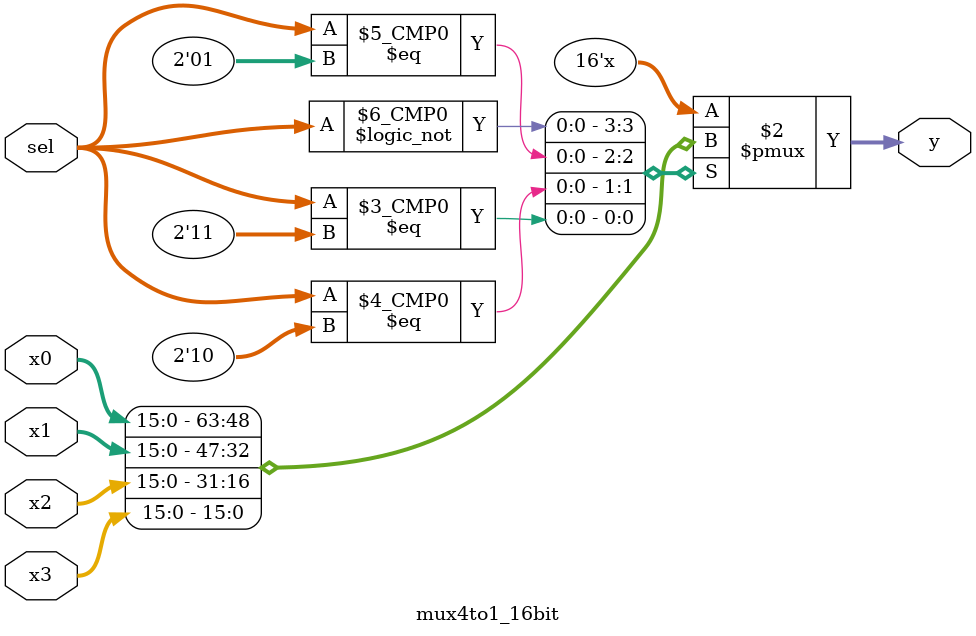
<source format=v>
`timescale 1ns / 1ps

module mux4to1_16bit (
    input wire [15:0] x0,
    input wire [15:0] x1,
    input wire [15:0] x2,
    input wire [15:0] x3,
    input wire [ 1:0] sel,

    output reg [15:0] y
);

  always @(*) begin
    case (sel)
      2'b00:   y = x0;
      2'b01:   y = x1;
      2'b10:   y = x2;
      2'b11:   y = x3;
      default: ;
    endcase
  end

endmodule

</source>
